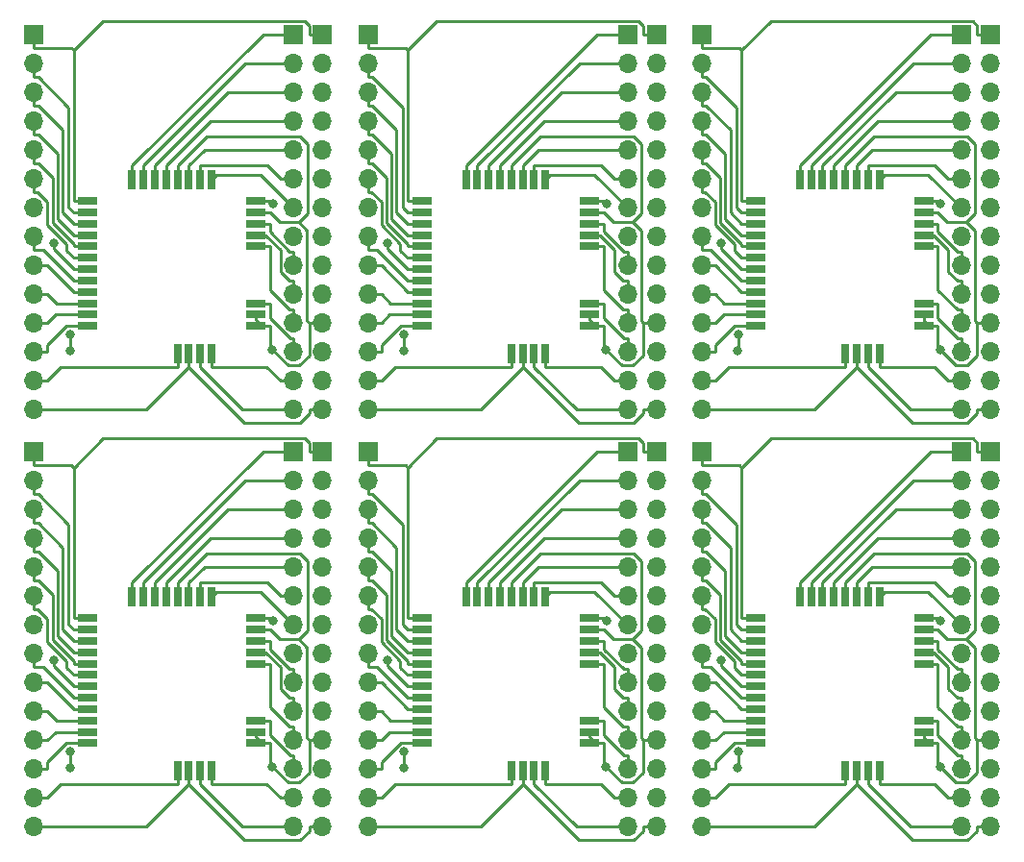
<source format=gbr>
G04 #@! TF.GenerationSoftware,KiCad,Pcbnew,5.1.5+dfsg1-2build2*
G04 #@! TF.CreationDate,2022-03-02T16:34:00-05:00*
G04 #@! TF.ProjectId,,58585858-5858-4585-9858-585858585858,rev?*
G04 #@! TF.SameCoordinates,Original*
G04 #@! TF.FileFunction,Copper,L1,Top*
G04 #@! TF.FilePolarity,Positive*
%FSLAX46Y46*%
G04 Gerber Fmt 4.6, Leading zero omitted, Abs format (unit mm)*
G04 Created by KiCad (PCBNEW 5.1.5+dfsg1-2build2) date 2022-03-02 16:34:00*
%MOMM*%
%LPD*%
G04 APERTURE LIST*
%ADD10R,1.800000X0.700000*%
%ADD11R,0.700000X1.800000*%
%ADD12R,1.700000X1.700000*%
%ADD13O,1.700000X1.700000*%
%ADD14C,0.800000*%
%ADD15C,0.250000*%
G04 APERTURE END LIST*
D10*
X136322440Y-103702000D03*
X136322440Y-104702000D03*
D11*
X144222440Y-111102000D03*
X145222440Y-111102000D03*
X146222440Y-111102000D03*
D10*
X136322440Y-97702000D03*
X136322440Y-98702000D03*
D11*
X147222440Y-111102000D03*
D10*
X136322440Y-102702000D03*
X136322440Y-101702000D03*
X136322440Y-100702000D03*
X136322440Y-99702000D03*
X136322440Y-105702000D03*
X136322440Y-106702000D03*
X136322440Y-107702000D03*
X136322440Y-108702000D03*
X151122440Y-108702000D03*
X151122440Y-107702000D03*
X151122440Y-106702000D03*
X151122440Y-101702000D03*
X151122440Y-100702000D03*
X151122440Y-99702000D03*
X151122440Y-98702000D03*
X151122440Y-97702000D03*
D11*
X140222440Y-95802000D03*
X141222440Y-95802000D03*
X142222440Y-95802000D03*
X143222440Y-95802000D03*
X144222440Y-95802000D03*
X145222440Y-95802000D03*
X146222440Y-95802000D03*
X147222440Y-95802000D03*
D10*
X106922440Y-103702000D03*
X106922440Y-104702000D03*
D11*
X114822440Y-111102000D03*
X115822440Y-111102000D03*
X116822440Y-111102000D03*
D10*
X106922440Y-97702000D03*
X106922440Y-98702000D03*
D11*
X117822440Y-111102000D03*
D10*
X106922440Y-102702000D03*
X106922440Y-101702000D03*
X106922440Y-100702000D03*
X106922440Y-99702000D03*
X106922440Y-105702000D03*
X106922440Y-106702000D03*
X106922440Y-107702000D03*
X106922440Y-108702000D03*
X121722440Y-108702000D03*
X121722440Y-107702000D03*
X121722440Y-106702000D03*
X121722440Y-101702000D03*
X121722440Y-100702000D03*
X121722440Y-99702000D03*
X121722440Y-98702000D03*
X121722440Y-97702000D03*
D11*
X110822440Y-95802000D03*
X111822440Y-95802000D03*
X112822440Y-95802000D03*
X113822440Y-95802000D03*
X114822440Y-95802000D03*
X115822440Y-95802000D03*
X116822440Y-95802000D03*
X117822440Y-95802000D03*
D10*
X77522440Y-103702000D03*
X77522440Y-104702000D03*
D11*
X85422440Y-111102000D03*
X86422440Y-111102000D03*
X87422440Y-111102000D03*
D10*
X77522440Y-97702000D03*
X77522440Y-98702000D03*
D11*
X88422440Y-111102000D03*
D10*
X77522440Y-102702000D03*
X77522440Y-101702000D03*
X77522440Y-100702000D03*
X77522440Y-99702000D03*
X77522440Y-105702000D03*
X77522440Y-106702000D03*
X77522440Y-107702000D03*
X77522440Y-108702000D03*
X92322440Y-108702000D03*
X92322440Y-107702000D03*
X92322440Y-106702000D03*
X92322440Y-101702000D03*
X92322440Y-100702000D03*
X92322440Y-99702000D03*
X92322440Y-98702000D03*
X92322440Y-97702000D03*
D11*
X81422440Y-95802000D03*
X82422440Y-95802000D03*
X83422440Y-95802000D03*
X84422440Y-95802000D03*
X85422440Y-95802000D03*
X86422440Y-95802000D03*
X87422440Y-95802000D03*
X88422440Y-95802000D03*
D10*
X136322440Y-66942000D03*
X136322440Y-67942000D03*
D11*
X144222440Y-74342000D03*
X145222440Y-74342000D03*
X146222440Y-74342000D03*
D10*
X136322440Y-60942000D03*
X136322440Y-61942000D03*
D11*
X147222440Y-74342000D03*
D10*
X136322440Y-65942000D03*
X136322440Y-64942000D03*
X136322440Y-63942000D03*
X136322440Y-62942000D03*
X136322440Y-68942000D03*
X136322440Y-69942000D03*
X136322440Y-70942000D03*
X136322440Y-71942000D03*
X151122440Y-71942000D03*
X151122440Y-70942000D03*
X151122440Y-69942000D03*
X151122440Y-64942000D03*
X151122440Y-63942000D03*
X151122440Y-62942000D03*
X151122440Y-61942000D03*
X151122440Y-60942000D03*
D11*
X140222440Y-59042000D03*
X141222440Y-59042000D03*
X142222440Y-59042000D03*
X143222440Y-59042000D03*
X144222440Y-59042000D03*
X145222440Y-59042000D03*
X146222440Y-59042000D03*
X147222440Y-59042000D03*
D10*
X106922440Y-66942000D03*
X106922440Y-67942000D03*
D11*
X114822440Y-74342000D03*
X115822440Y-74342000D03*
X116822440Y-74342000D03*
D10*
X106922440Y-60942000D03*
X106922440Y-61942000D03*
D11*
X117822440Y-74342000D03*
D10*
X106922440Y-65942000D03*
X106922440Y-64942000D03*
X106922440Y-63942000D03*
X106922440Y-62942000D03*
X106922440Y-68942000D03*
X106922440Y-69942000D03*
X106922440Y-70942000D03*
X106922440Y-71942000D03*
X121722440Y-71942000D03*
X121722440Y-70942000D03*
X121722440Y-69942000D03*
X121722440Y-64942000D03*
X121722440Y-63942000D03*
X121722440Y-62942000D03*
X121722440Y-61942000D03*
X121722440Y-60942000D03*
D11*
X110822440Y-59042000D03*
X111822440Y-59042000D03*
X112822440Y-59042000D03*
X113822440Y-59042000D03*
X114822440Y-59042000D03*
X115822440Y-59042000D03*
X116822440Y-59042000D03*
X117822440Y-59042000D03*
D12*
X156992440Y-83042000D03*
D13*
X156992440Y-85582000D03*
X156992440Y-88122000D03*
X156992440Y-90662000D03*
X156992440Y-93202000D03*
X156992440Y-95742000D03*
X156992440Y-98282000D03*
X156992440Y-100822000D03*
X156992440Y-103362000D03*
X156992440Y-105902000D03*
X156992440Y-108442000D03*
X156992440Y-110982000D03*
X156992440Y-113522000D03*
X156992440Y-116062000D03*
D12*
X127592440Y-83042000D03*
D13*
X127592440Y-85582000D03*
X127592440Y-88122000D03*
X127592440Y-90662000D03*
X127592440Y-93202000D03*
X127592440Y-95742000D03*
X127592440Y-98282000D03*
X127592440Y-100822000D03*
X127592440Y-103362000D03*
X127592440Y-105902000D03*
X127592440Y-108442000D03*
X127592440Y-110982000D03*
X127592440Y-113522000D03*
X127592440Y-116062000D03*
D12*
X98192440Y-83042000D03*
D13*
X98192440Y-85582000D03*
X98192440Y-88122000D03*
X98192440Y-90662000D03*
X98192440Y-93202000D03*
X98192440Y-95742000D03*
X98192440Y-98282000D03*
X98192440Y-100822000D03*
X98192440Y-103362000D03*
X98192440Y-105902000D03*
X98192440Y-108442000D03*
X98192440Y-110982000D03*
X98192440Y-113522000D03*
X98192440Y-116062000D03*
D12*
X156992440Y-46282000D03*
D13*
X156992440Y-48822000D03*
X156992440Y-51362000D03*
X156992440Y-53902000D03*
X156992440Y-56442000D03*
X156992440Y-58982000D03*
X156992440Y-61522000D03*
X156992440Y-64062000D03*
X156992440Y-66602000D03*
X156992440Y-69142000D03*
X156992440Y-71682000D03*
X156992440Y-74222000D03*
X156992440Y-76762000D03*
X156992440Y-79302000D03*
D12*
X127592440Y-46282000D03*
D13*
X127592440Y-48822000D03*
X127592440Y-51362000D03*
X127592440Y-53902000D03*
X127592440Y-56442000D03*
X127592440Y-58982000D03*
X127592440Y-61522000D03*
X127592440Y-64062000D03*
X127592440Y-66602000D03*
X127592440Y-69142000D03*
X127592440Y-71682000D03*
X127592440Y-74222000D03*
X127592440Y-76762000D03*
X127592440Y-79302000D03*
D12*
X154452440Y-83042000D03*
D13*
X154452440Y-85582000D03*
X154452440Y-88122000D03*
X154452440Y-90662000D03*
X154452440Y-93202000D03*
X154452440Y-95742000D03*
X154452440Y-98282000D03*
X154452440Y-100822000D03*
X154452440Y-103362000D03*
X154452440Y-105902000D03*
X154452440Y-108442000D03*
X154452440Y-110982000D03*
X154452440Y-113522000D03*
X154452440Y-116062000D03*
D12*
X125052440Y-83042000D03*
D13*
X125052440Y-85582000D03*
X125052440Y-88122000D03*
X125052440Y-90662000D03*
X125052440Y-93202000D03*
X125052440Y-95742000D03*
X125052440Y-98282000D03*
X125052440Y-100822000D03*
X125052440Y-103362000D03*
X125052440Y-105902000D03*
X125052440Y-108442000D03*
X125052440Y-110982000D03*
X125052440Y-113522000D03*
X125052440Y-116062000D03*
D12*
X95652440Y-83042000D03*
D13*
X95652440Y-85582000D03*
X95652440Y-88122000D03*
X95652440Y-90662000D03*
X95652440Y-93202000D03*
X95652440Y-95742000D03*
X95652440Y-98282000D03*
X95652440Y-100822000D03*
X95652440Y-103362000D03*
X95652440Y-105902000D03*
X95652440Y-108442000D03*
X95652440Y-110982000D03*
X95652440Y-113522000D03*
X95652440Y-116062000D03*
D12*
X154452440Y-46282000D03*
D13*
X154452440Y-48822000D03*
X154452440Y-51362000D03*
X154452440Y-53902000D03*
X154452440Y-56442000D03*
X154452440Y-58982000D03*
X154452440Y-61522000D03*
X154452440Y-64062000D03*
X154452440Y-66602000D03*
X154452440Y-69142000D03*
X154452440Y-71682000D03*
X154452440Y-74222000D03*
X154452440Y-76762000D03*
X154452440Y-79302000D03*
D12*
X125052440Y-46282000D03*
D13*
X125052440Y-48822000D03*
X125052440Y-51362000D03*
X125052440Y-53902000D03*
X125052440Y-56442000D03*
X125052440Y-58982000D03*
X125052440Y-61522000D03*
X125052440Y-64062000D03*
X125052440Y-66602000D03*
X125052440Y-69142000D03*
X125052440Y-71682000D03*
X125052440Y-74222000D03*
X125052440Y-76762000D03*
X125052440Y-79302000D03*
D12*
X131592440Y-83042000D03*
D13*
X131592440Y-85582000D03*
X131592440Y-88122000D03*
X131592440Y-90662000D03*
X131592440Y-93202000D03*
X131592440Y-95742000D03*
X131592440Y-98282000D03*
X131592440Y-100822000D03*
X131592440Y-103362000D03*
X131592440Y-105902000D03*
X131592440Y-108442000D03*
X131592440Y-110982000D03*
X131592440Y-113522000D03*
X131592440Y-116062000D03*
D12*
X102192440Y-83042000D03*
D13*
X102192440Y-85582000D03*
X102192440Y-88122000D03*
X102192440Y-90662000D03*
X102192440Y-93202000D03*
X102192440Y-95742000D03*
X102192440Y-98282000D03*
X102192440Y-100822000D03*
X102192440Y-103362000D03*
X102192440Y-105902000D03*
X102192440Y-108442000D03*
X102192440Y-110982000D03*
X102192440Y-113522000D03*
X102192440Y-116062000D03*
D12*
X72792440Y-83042000D03*
D13*
X72792440Y-85582000D03*
X72792440Y-88122000D03*
X72792440Y-90662000D03*
X72792440Y-93202000D03*
X72792440Y-95742000D03*
X72792440Y-98282000D03*
X72792440Y-100822000D03*
X72792440Y-103362000D03*
X72792440Y-105902000D03*
X72792440Y-108442000D03*
X72792440Y-110982000D03*
X72792440Y-113522000D03*
X72792440Y-116062000D03*
D12*
X131592440Y-46282000D03*
D13*
X131592440Y-48822000D03*
X131592440Y-51362000D03*
X131592440Y-53902000D03*
X131592440Y-56442000D03*
X131592440Y-58982000D03*
X131592440Y-61522000D03*
X131592440Y-64062000D03*
X131592440Y-66602000D03*
X131592440Y-69142000D03*
X131592440Y-71682000D03*
X131592440Y-74222000D03*
X131592440Y-76762000D03*
X131592440Y-79302000D03*
D12*
X102192440Y-46282000D03*
D13*
X102192440Y-48822000D03*
X102192440Y-51362000D03*
X102192440Y-53902000D03*
X102192440Y-56442000D03*
X102192440Y-58982000D03*
X102192440Y-61522000D03*
X102192440Y-64062000D03*
X102192440Y-66602000D03*
X102192440Y-69142000D03*
X102192440Y-71682000D03*
X102192440Y-74222000D03*
X102192440Y-76762000D03*
X102192440Y-79302000D03*
D11*
X88422440Y-59042000D03*
X87422440Y-59042000D03*
X86422440Y-59042000D03*
X85422440Y-59042000D03*
X84422440Y-59042000D03*
X83422440Y-59042000D03*
X82422440Y-59042000D03*
X81422440Y-59042000D03*
D10*
X92322440Y-60942000D03*
X92322440Y-61942000D03*
X92322440Y-62942000D03*
X92322440Y-63942000D03*
X92322440Y-64942000D03*
X92322440Y-69942000D03*
X92322440Y-70942000D03*
X92322440Y-71942000D03*
X77522440Y-71942000D03*
X77522440Y-70942000D03*
X77522440Y-69942000D03*
X77522440Y-68942000D03*
X77522440Y-62942000D03*
X77522440Y-63942000D03*
X77522440Y-64942000D03*
X77522440Y-65942000D03*
D11*
X88422440Y-74342000D03*
D10*
X77522440Y-61942000D03*
X77522440Y-60942000D03*
D11*
X87422440Y-74342000D03*
X86422440Y-74342000D03*
X85422440Y-74342000D03*
D10*
X77522440Y-67942000D03*
X77522440Y-66942000D03*
D13*
X98192440Y-79302000D03*
X98192440Y-76762000D03*
X98192440Y-74222000D03*
X98192440Y-71682000D03*
X98192440Y-69142000D03*
X98192440Y-66602000D03*
X98192440Y-64062000D03*
X98192440Y-61522000D03*
X98192440Y-58982000D03*
X98192440Y-56442000D03*
X98192440Y-53902000D03*
X98192440Y-51362000D03*
X98192440Y-48822000D03*
D12*
X98192440Y-46282000D03*
D13*
X95652440Y-79302000D03*
X95652440Y-76762000D03*
X95652440Y-74222000D03*
X95652440Y-71682000D03*
X95652440Y-69142000D03*
X95652440Y-66602000D03*
X95652440Y-64062000D03*
X95652440Y-61522000D03*
X95652440Y-58982000D03*
X95652440Y-56442000D03*
X95652440Y-53902000D03*
X95652440Y-51362000D03*
X95652440Y-48822000D03*
D12*
X95652440Y-46282000D03*
D13*
X72792440Y-79302000D03*
X72792440Y-76762000D03*
X72792440Y-74222000D03*
X72792440Y-71682000D03*
X72792440Y-69142000D03*
X72792440Y-66602000D03*
X72792440Y-64062000D03*
X72792440Y-61522000D03*
X72792440Y-58982000D03*
X72792440Y-56442000D03*
X72792440Y-53902000D03*
X72792440Y-51362000D03*
X72792440Y-48822000D03*
D12*
X72792440Y-46282000D03*
D14*
X93771340Y-74003100D03*
X75955940Y-74136900D03*
X75994940Y-72671300D03*
X105355940Y-74136900D03*
X134755940Y-74136900D03*
X75955940Y-110896900D03*
X105355940Y-110896900D03*
X134755940Y-110896900D03*
X105394940Y-72671300D03*
X134794940Y-72671300D03*
X75994940Y-109431300D03*
X105394940Y-109431300D03*
X134794940Y-109431300D03*
X123171340Y-74003100D03*
X152571340Y-74003100D03*
X93771340Y-110763100D03*
X123171340Y-110763100D03*
X152571340Y-110763100D03*
X74511240Y-64632400D03*
X103911240Y-64632400D03*
X133311240Y-64632400D03*
X74511240Y-101392400D03*
X103911240Y-101392400D03*
X133311240Y-101392400D03*
X93824940Y-61201900D03*
X123224940Y-61201900D03*
X152624940Y-61201900D03*
X93824940Y-97961900D03*
X123224940Y-97961900D03*
X152624940Y-97961900D03*
D15*
X72792440Y-48822000D02*
X72792440Y-49997300D01*
X77522440Y-61942000D02*
X76297140Y-61942000D01*
X76297140Y-61942000D02*
X75846740Y-61491600D01*
X75846740Y-61491600D02*
X75846740Y-52684300D01*
X75846740Y-52684300D02*
X73159740Y-49997300D01*
X73159740Y-49997300D02*
X72792440Y-49997300D01*
X106922440Y-61942000D02*
X105697140Y-61942000D01*
X136322440Y-61942000D02*
X135097140Y-61942000D01*
X77522440Y-98702000D02*
X76297140Y-98702000D01*
X106922440Y-98702000D02*
X105697140Y-98702000D01*
X136322440Y-98702000D02*
X135097140Y-98702000D01*
X102559740Y-49997300D02*
X102192440Y-49997300D01*
X131959740Y-49997300D02*
X131592440Y-49997300D01*
X73159740Y-86757300D02*
X72792440Y-86757300D01*
X102559740Y-86757300D02*
X102192440Y-86757300D01*
X131959740Y-86757300D02*
X131592440Y-86757300D01*
X105246740Y-61491600D02*
X105246740Y-52684300D01*
X134646740Y-61491600D02*
X134646740Y-52684300D01*
X75846740Y-98251600D02*
X75846740Y-89444300D01*
X105246740Y-98251600D02*
X105246740Y-89444300D01*
X134646740Y-98251600D02*
X134646740Y-89444300D01*
X105246740Y-52684300D02*
X102559740Y-49997300D01*
X134646740Y-52684300D02*
X131959740Y-49997300D01*
X75846740Y-89444300D02*
X73159740Y-86757300D01*
X105246740Y-89444300D02*
X102559740Y-86757300D01*
X134646740Y-89444300D02*
X131959740Y-86757300D01*
X105697140Y-61942000D02*
X105246740Y-61491600D01*
X135097140Y-61942000D02*
X134646740Y-61491600D01*
X76297140Y-98702000D02*
X75846740Y-98251600D01*
X105697140Y-98702000D02*
X105246740Y-98251600D01*
X135097140Y-98702000D02*
X134646740Y-98251600D01*
X102192440Y-48822000D02*
X102192440Y-49997300D01*
X131592440Y-48822000D02*
X131592440Y-49997300D01*
X72792440Y-85582000D02*
X72792440Y-86757300D01*
X102192440Y-85582000D02*
X102192440Y-86757300D01*
X131592440Y-85582000D02*
X131592440Y-86757300D01*
X76297140Y-47664600D02*
X78855040Y-45106700D01*
X78855040Y-45106700D02*
X96649940Y-45106700D01*
X96649940Y-45106700D02*
X97017140Y-45473900D01*
X97017140Y-45473900D02*
X97017140Y-46282000D01*
X72792440Y-47457300D02*
X76089840Y-47457300D01*
X76089840Y-47457300D02*
X76297140Y-47664600D01*
X76297140Y-60942000D02*
X76297140Y-47664600D01*
X98192440Y-46282000D02*
X97017140Y-46282000D01*
X72792440Y-46282000D02*
X72792440Y-47457300D01*
X77522440Y-60942000D02*
X76297140Y-60942000D01*
X106922440Y-60942000D02*
X105697140Y-60942000D01*
X136322440Y-60942000D02*
X135097140Y-60942000D01*
X77522440Y-97702000D02*
X76297140Y-97702000D01*
X106922440Y-97702000D02*
X105697140Y-97702000D01*
X136322440Y-97702000D02*
X135097140Y-97702000D01*
X102192440Y-47457300D02*
X105489840Y-47457300D01*
X131592440Y-47457300D02*
X134889840Y-47457300D01*
X72792440Y-84217300D02*
X76089840Y-84217300D01*
X102192440Y-84217300D02*
X105489840Y-84217300D01*
X131592440Y-84217300D02*
X134889840Y-84217300D01*
X126049940Y-45106700D02*
X126417140Y-45473900D01*
X155449940Y-45106700D02*
X155817140Y-45473900D01*
X96649940Y-81866700D02*
X97017140Y-82233900D01*
X126049940Y-81866700D02*
X126417140Y-82233900D01*
X155449940Y-81866700D02*
X155817140Y-82233900D01*
X105489840Y-47457300D02*
X105697140Y-47664600D01*
X134889840Y-47457300D02*
X135097140Y-47664600D01*
X76089840Y-84217300D02*
X76297140Y-84424600D01*
X105489840Y-84217300D02*
X105697140Y-84424600D01*
X134889840Y-84217300D02*
X135097140Y-84424600D01*
X126417140Y-45473900D02*
X126417140Y-46282000D01*
X155817140Y-45473900D02*
X155817140Y-46282000D01*
X97017140Y-82233900D02*
X97017140Y-83042000D01*
X126417140Y-82233900D02*
X126417140Y-83042000D01*
X155817140Y-82233900D02*
X155817140Y-83042000D01*
X102192440Y-46282000D02*
X102192440Y-47457300D01*
X131592440Y-46282000D02*
X131592440Y-47457300D01*
X72792440Y-83042000D02*
X72792440Y-84217300D01*
X102192440Y-83042000D02*
X102192440Y-84217300D01*
X131592440Y-83042000D02*
X131592440Y-84217300D01*
X108255040Y-45106700D02*
X126049940Y-45106700D01*
X137655040Y-45106700D02*
X155449940Y-45106700D01*
X78855040Y-81866700D02*
X96649940Y-81866700D01*
X108255040Y-81866700D02*
X126049940Y-81866700D01*
X137655040Y-81866700D02*
X155449940Y-81866700D01*
X105697140Y-47664600D02*
X108255040Y-45106700D01*
X135097140Y-47664600D02*
X137655040Y-45106700D01*
X76297140Y-84424600D02*
X78855040Y-81866700D01*
X105697140Y-84424600D02*
X108255040Y-81866700D01*
X135097140Y-84424600D02*
X137655040Y-81866700D01*
X127592440Y-46282000D02*
X126417140Y-46282000D01*
X156992440Y-46282000D02*
X155817140Y-46282000D01*
X98192440Y-83042000D02*
X97017140Y-83042000D01*
X127592440Y-83042000D02*
X126417140Y-83042000D01*
X156992440Y-83042000D02*
X155817140Y-83042000D01*
X105697140Y-60942000D02*
X105697140Y-47664600D01*
X135097140Y-60942000D02*
X135097140Y-47664600D01*
X76297140Y-97702000D02*
X76297140Y-84424600D01*
X105697140Y-97702000D02*
X105697140Y-84424600D01*
X135097140Y-97702000D02*
X135097140Y-84424600D01*
X92322440Y-62942000D02*
X93547740Y-62942000D01*
X95652440Y-66602000D02*
X95652440Y-65426700D01*
X95652440Y-65426700D02*
X95307140Y-65426700D01*
X95307140Y-65426700D02*
X93547740Y-63667300D01*
X93547740Y-63667300D02*
X93547740Y-62942000D01*
X122947740Y-63667300D02*
X122947740Y-62942000D01*
X152347740Y-63667300D02*
X152347740Y-62942000D01*
X93547740Y-100427300D02*
X93547740Y-99702000D01*
X122947740Y-100427300D02*
X122947740Y-99702000D01*
X152347740Y-100427300D02*
X152347740Y-99702000D01*
X125052440Y-65426700D02*
X124707140Y-65426700D01*
X154452440Y-65426700D02*
X154107140Y-65426700D01*
X95652440Y-102186700D02*
X95307140Y-102186700D01*
X125052440Y-102186700D02*
X124707140Y-102186700D01*
X154452440Y-102186700D02*
X154107140Y-102186700D01*
X125052440Y-66602000D02*
X125052440Y-65426700D01*
X154452440Y-66602000D02*
X154452440Y-65426700D01*
X95652440Y-103362000D02*
X95652440Y-102186700D01*
X125052440Y-103362000D02*
X125052440Y-102186700D01*
X154452440Y-103362000D02*
X154452440Y-102186700D01*
X121722440Y-62942000D02*
X122947740Y-62942000D01*
X151122440Y-62942000D02*
X152347740Y-62942000D01*
X92322440Y-99702000D02*
X93547740Y-99702000D01*
X121722440Y-99702000D02*
X122947740Y-99702000D01*
X151122440Y-99702000D02*
X152347740Y-99702000D01*
X124707140Y-65426700D02*
X122947740Y-63667300D01*
X154107140Y-65426700D02*
X152347740Y-63667300D01*
X95307140Y-102186700D02*
X93547740Y-100427300D01*
X124707140Y-102186700D02*
X122947740Y-100427300D01*
X154107140Y-102186700D02*
X152347740Y-100427300D01*
X95652440Y-69142000D02*
X95652440Y-67966700D01*
X92322440Y-63942000D02*
X93185540Y-63942000D01*
X93185540Y-63942000D02*
X94477140Y-65233600D01*
X94477140Y-65233600D02*
X94477140Y-67158800D01*
X94477140Y-67158800D02*
X95285040Y-67966700D01*
X95285040Y-67966700D02*
X95652440Y-67966700D01*
X123877140Y-67158800D02*
X124685040Y-67966700D01*
X153277140Y-67158800D02*
X154085040Y-67966700D01*
X94477140Y-103918800D02*
X95285040Y-104726700D01*
X123877140Y-103918800D02*
X124685040Y-104726700D01*
X153277140Y-103918800D02*
X154085040Y-104726700D01*
X125052440Y-69142000D02*
X125052440Y-67966700D01*
X154452440Y-69142000D02*
X154452440Y-67966700D01*
X95652440Y-105902000D02*
X95652440Y-104726700D01*
X125052440Y-105902000D02*
X125052440Y-104726700D01*
X154452440Y-105902000D02*
X154452440Y-104726700D01*
X122585540Y-63942000D02*
X123877140Y-65233600D01*
X151985540Y-63942000D02*
X153277140Y-65233600D01*
X93185540Y-100702000D02*
X94477140Y-101993600D01*
X122585540Y-100702000D02*
X123877140Y-101993600D01*
X151985540Y-100702000D02*
X153277140Y-101993600D01*
X124685040Y-67966700D02*
X125052440Y-67966700D01*
X154085040Y-67966700D02*
X154452440Y-67966700D01*
X95285040Y-104726700D02*
X95652440Y-104726700D01*
X124685040Y-104726700D02*
X125052440Y-104726700D01*
X154085040Y-104726700D02*
X154452440Y-104726700D01*
X121722440Y-63942000D02*
X122585540Y-63942000D01*
X151122440Y-63942000D02*
X151985540Y-63942000D01*
X92322440Y-100702000D02*
X93185540Y-100702000D01*
X121722440Y-100702000D02*
X122585540Y-100702000D01*
X151122440Y-100702000D02*
X151985540Y-100702000D01*
X123877140Y-65233600D02*
X123877140Y-67158800D01*
X153277140Y-65233600D02*
X153277140Y-67158800D01*
X94477140Y-101993600D02*
X94477140Y-103918800D01*
X123877140Y-101993600D02*
X123877140Y-103918800D01*
X153277140Y-101993600D02*
X153277140Y-103918800D01*
X95652440Y-71682000D02*
X95652440Y-70506700D01*
X92322440Y-64942000D02*
X93547740Y-64942000D01*
X93547740Y-64942000D02*
X93547740Y-68766800D01*
X93547740Y-68766800D02*
X95287640Y-70506700D01*
X95287640Y-70506700D02*
X95652440Y-70506700D01*
X122947740Y-68766800D02*
X124687640Y-70506700D01*
X152347740Y-68766800D02*
X154087640Y-70506700D01*
X93547740Y-105526800D02*
X95287640Y-107266700D01*
X122947740Y-105526800D02*
X124687640Y-107266700D01*
X152347740Y-105526800D02*
X154087640Y-107266700D01*
X124687640Y-70506700D02*
X125052440Y-70506700D01*
X154087640Y-70506700D02*
X154452440Y-70506700D01*
X95287640Y-107266700D02*
X95652440Y-107266700D01*
X124687640Y-107266700D02*
X125052440Y-107266700D01*
X154087640Y-107266700D02*
X154452440Y-107266700D01*
X125052440Y-71682000D02*
X125052440Y-70506700D01*
X154452440Y-71682000D02*
X154452440Y-70506700D01*
X95652440Y-108442000D02*
X95652440Y-107266700D01*
X125052440Y-108442000D02*
X125052440Y-107266700D01*
X154452440Y-108442000D02*
X154452440Y-107266700D01*
X121722440Y-64942000D02*
X122947740Y-64942000D01*
X151122440Y-64942000D02*
X152347740Y-64942000D01*
X92322440Y-101702000D02*
X93547740Y-101702000D01*
X121722440Y-101702000D02*
X122947740Y-101702000D01*
X151122440Y-101702000D02*
X152347740Y-101702000D01*
X122947740Y-64942000D02*
X122947740Y-68766800D01*
X152347740Y-64942000D02*
X152347740Y-68766800D01*
X93547740Y-101702000D02*
X93547740Y-105526800D01*
X122947740Y-101702000D02*
X122947740Y-105526800D01*
X152347740Y-101702000D02*
X152347740Y-105526800D01*
X95652440Y-74222000D02*
X95652440Y-73046700D01*
X92322440Y-69942000D02*
X93547740Y-69942000D01*
X93547740Y-69942000D02*
X93547740Y-71239600D01*
X93547740Y-71239600D02*
X95354840Y-73046700D01*
X95354840Y-73046700D02*
X95652440Y-73046700D01*
X125052440Y-74222000D02*
X125052440Y-73046700D01*
X154452440Y-74222000D02*
X154452440Y-73046700D01*
X95652440Y-110982000D02*
X95652440Y-109806700D01*
X125052440Y-110982000D02*
X125052440Y-109806700D01*
X154452440Y-110982000D02*
X154452440Y-109806700D01*
X121722440Y-69942000D02*
X122947740Y-69942000D01*
X151122440Y-69942000D02*
X152347740Y-69942000D01*
X92322440Y-106702000D02*
X93547740Y-106702000D01*
X121722440Y-106702000D02*
X122947740Y-106702000D01*
X151122440Y-106702000D02*
X152347740Y-106702000D01*
X124754840Y-73046700D02*
X125052440Y-73046700D01*
X154154840Y-73046700D02*
X154452440Y-73046700D01*
X95354840Y-109806700D02*
X95652440Y-109806700D01*
X124754840Y-109806700D02*
X125052440Y-109806700D01*
X154154840Y-109806700D02*
X154452440Y-109806700D01*
X122947740Y-71239600D02*
X124754840Y-73046700D01*
X152347740Y-71239600D02*
X154154840Y-73046700D01*
X93547740Y-107999600D02*
X95354840Y-109806700D01*
X122947740Y-107999600D02*
X124754840Y-109806700D01*
X152347740Y-107999600D02*
X154154840Y-109806700D01*
X122947740Y-69942000D02*
X122947740Y-71239600D01*
X152347740Y-69942000D02*
X152347740Y-71239600D01*
X93547740Y-106702000D02*
X93547740Y-107999600D01*
X122947740Y-106702000D02*
X122947740Y-107999600D01*
X152347740Y-106702000D02*
X152347740Y-107999600D01*
X95652440Y-76762000D02*
X94477140Y-76762000D01*
X88422440Y-74342000D02*
X88422440Y-75567300D01*
X88422440Y-75567300D02*
X93282440Y-75567300D01*
X93282440Y-75567300D02*
X94477140Y-76762000D01*
X125052440Y-76762000D02*
X123877140Y-76762000D01*
X154452440Y-76762000D02*
X153277140Y-76762000D01*
X95652440Y-113522000D02*
X94477140Y-113522000D01*
X125052440Y-113522000D02*
X123877140Y-113522000D01*
X154452440Y-113522000D02*
X153277140Y-113522000D01*
X117822440Y-74342000D02*
X117822440Y-75567300D01*
X147222440Y-74342000D02*
X147222440Y-75567300D01*
X88422440Y-111102000D02*
X88422440Y-112327300D01*
X117822440Y-111102000D02*
X117822440Y-112327300D01*
X147222440Y-111102000D02*
X147222440Y-112327300D01*
X117822440Y-75567300D02*
X122682440Y-75567300D01*
X147222440Y-75567300D02*
X152082440Y-75567300D01*
X88422440Y-112327300D02*
X93282440Y-112327300D01*
X117822440Y-112327300D02*
X122682440Y-112327300D01*
X147222440Y-112327300D02*
X152082440Y-112327300D01*
X122682440Y-75567300D02*
X123877140Y-76762000D01*
X152082440Y-75567300D02*
X153277140Y-76762000D01*
X93282440Y-112327300D02*
X94477140Y-113522000D01*
X122682440Y-112327300D02*
X123877140Y-113522000D01*
X152082440Y-112327300D02*
X153277140Y-113522000D01*
X94477140Y-79302000D02*
X91157140Y-79302000D01*
X91157140Y-79302000D02*
X87422440Y-75567300D01*
X95652440Y-79302000D02*
X94477140Y-79302000D01*
X87422440Y-74342000D02*
X87422440Y-75567300D01*
X120557140Y-79302000D02*
X116822440Y-75567300D01*
X149957140Y-79302000D02*
X146222440Y-75567300D01*
X91157140Y-116062000D02*
X87422440Y-112327300D01*
X120557140Y-116062000D02*
X116822440Y-112327300D01*
X149957140Y-116062000D02*
X146222440Y-112327300D01*
X125052440Y-79302000D02*
X123877140Y-79302000D01*
X154452440Y-79302000D02*
X153277140Y-79302000D01*
X95652440Y-116062000D02*
X94477140Y-116062000D01*
X125052440Y-116062000D02*
X123877140Y-116062000D01*
X154452440Y-116062000D02*
X153277140Y-116062000D01*
X116822440Y-74342000D02*
X116822440Y-75567300D01*
X146222440Y-74342000D02*
X146222440Y-75567300D01*
X87422440Y-111102000D02*
X87422440Y-112327300D01*
X116822440Y-111102000D02*
X116822440Y-112327300D01*
X146222440Y-111102000D02*
X146222440Y-112327300D01*
X123877140Y-79302000D02*
X120557140Y-79302000D01*
X153277140Y-79302000D02*
X149957140Y-79302000D01*
X94477140Y-116062000D02*
X91157140Y-116062000D01*
X123877140Y-116062000D02*
X120557140Y-116062000D01*
X153277140Y-116062000D02*
X149957140Y-116062000D01*
X73967740Y-76762000D02*
X75162440Y-75567300D01*
X75162440Y-75567300D02*
X85422440Y-75567300D01*
X72792440Y-76762000D02*
X73967740Y-76762000D01*
X85422440Y-74342000D02*
X85422440Y-75567300D01*
X102192440Y-76762000D02*
X103367740Y-76762000D01*
X131592440Y-76762000D02*
X132767740Y-76762000D01*
X72792440Y-113522000D02*
X73967740Y-113522000D01*
X102192440Y-113522000D02*
X103367740Y-113522000D01*
X131592440Y-113522000D02*
X132767740Y-113522000D01*
X104562440Y-75567300D02*
X114822440Y-75567300D01*
X133962440Y-75567300D02*
X144222440Y-75567300D01*
X75162440Y-112327300D02*
X85422440Y-112327300D01*
X104562440Y-112327300D02*
X114822440Y-112327300D01*
X133962440Y-112327300D02*
X144222440Y-112327300D01*
X114822440Y-74342000D02*
X114822440Y-75567300D01*
X144222440Y-74342000D02*
X144222440Y-75567300D01*
X85422440Y-111102000D02*
X85422440Y-112327300D01*
X114822440Y-111102000D02*
X114822440Y-112327300D01*
X144222440Y-111102000D02*
X144222440Y-112327300D01*
X103367740Y-76762000D02*
X104562440Y-75567300D01*
X132767740Y-76762000D02*
X133962440Y-75567300D01*
X73967740Y-113522000D02*
X75162440Y-112327300D01*
X103367740Y-113522000D02*
X104562440Y-112327300D01*
X132767740Y-113522000D02*
X133962440Y-112327300D01*
X72792440Y-74222000D02*
X73967740Y-74222000D01*
X76297140Y-71942000D02*
X75660140Y-71942000D01*
X75660140Y-71942000D02*
X73967740Y-73634400D01*
X73967740Y-73634400D02*
X73967740Y-74222000D01*
X77522440Y-71942000D02*
X76297140Y-71942000D01*
X105697140Y-71942000D02*
X105060140Y-71942000D01*
X135097140Y-71942000D02*
X134460140Y-71942000D01*
X76297140Y-108702000D02*
X75660140Y-108702000D01*
X105697140Y-108702000D02*
X105060140Y-108702000D01*
X135097140Y-108702000D02*
X134460140Y-108702000D01*
X103367740Y-73634400D02*
X103367740Y-74222000D01*
X132767740Y-73634400D02*
X132767740Y-74222000D01*
X73967740Y-110394400D02*
X73967740Y-110982000D01*
X103367740Y-110394400D02*
X103367740Y-110982000D01*
X132767740Y-110394400D02*
X132767740Y-110982000D01*
X102192440Y-74222000D02*
X103367740Y-74222000D01*
X131592440Y-74222000D02*
X132767740Y-74222000D01*
X72792440Y-110982000D02*
X73967740Y-110982000D01*
X102192440Y-110982000D02*
X103367740Y-110982000D01*
X131592440Y-110982000D02*
X132767740Y-110982000D01*
X106922440Y-71942000D02*
X105697140Y-71942000D01*
X136322440Y-71942000D02*
X135097140Y-71942000D01*
X77522440Y-108702000D02*
X76297140Y-108702000D01*
X106922440Y-108702000D02*
X105697140Y-108702000D01*
X136322440Y-108702000D02*
X135097140Y-108702000D01*
X105060140Y-71942000D02*
X103367740Y-73634400D01*
X134460140Y-71942000D02*
X132767740Y-73634400D01*
X75660140Y-108702000D02*
X73967740Y-110394400D01*
X105060140Y-108702000D02*
X103367740Y-110394400D01*
X134460140Y-108702000D02*
X132767740Y-110394400D01*
X72792440Y-71682000D02*
X73967740Y-71682000D01*
X77522440Y-70942000D02*
X74707740Y-70942000D01*
X74707740Y-70942000D02*
X73967740Y-71682000D01*
X96083440Y-62792000D02*
X94397740Y-62792000D01*
X94397740Y-62792000D02*
X93547740Y-61942000D01*
X97027640Y-71682000D02*
X96827840Y-71482200D01*
X96827840Y-71482200D02*
X96827840Y-63536400D01*
X96827840Y-63536400D02*
X96083440Y-62792000D01*
X85422440Y-57816700D02*
X87972540Y-55266600D01*
X87972540Y-55266600D02*
X96203940Y-55266600D01*
X96203940Y-55266600D02*
X96870640Y-55933300D01*
X96870640Y-55933300D02*
X96870640Y-62004800D01*
X96870640Y-62004800D02*
X96083440Y-62792000D01*
X85422440Y-59042000D02*
X85422440Y-57816700D01*
X92322440Y-61942000D02*
X93547740Y-61942000D01*
X93771340Y-74003100D02*
X95165540Y-75397300D01*
X95165540Y-75397300D02*
X96139340Y-75397300D01*
X96139340Y-75397300D02*
X97017140Y-74519500D01*
X97017140Y-74519500D02*
X97017140Y-71692500D01*
X97017140Y-71692500D02*
X97027640Y-71682000D01*
X92822540Y-71942000D02*
X92322440Y-71441900D01*
X92322440Y-71441900D02*
X92322440Y-70942000D01*
X92822540Y-71942000D02*
X93547740Y-71942000D01*
X92322440Y-71942000D02*
X92822540Y-71942000D01*
X75994940Y-72671300D02*
X75994940Y-74097900D01*
X75994940Y-74097900D02*
X75955940Y-74136900D01*
X93547740Y-71942000D02*
X93547740Y-73779500D01*
X93547740Y-73779500D02*
X93771340Y-74003100D01*
X98192440Y-71682000D02*
X97027640Y-71682000D01*
X117372540Y-55266600D02*
X125603940Y-55266600D01*
X146772540Y-55266600D02*
X155003940Y-55266600D01*
X87972540Y-92026600D02*
X96203940Y-92026600D01*
X117372540Y-92026600D02*
X125603940Y-92026600D01*
X146772540Y-92026600D02*
X155003940Y-92026600D01*
X122222540Y-71942000D02*
X121722440Y-71441900D01*
X151622540Y-71942000D02*
X151122440Y-71441900D01*
X92822540Y-108702000D02*
X92322440Y-108201900D01*
X122222540Y-108702000D02*
X121722440Y-108201900D01*
X151622540Y-108702000D02*
X151122440Y-108201900D01*
X126417140Y-74519500D02*
X126417140Y-71692500D01*
X155817140Y-74519500D02*
X155817140Y-71692500D01*
X97017140Y-111279500D02*
X97017140Y-108452500D01*
X126417140Y-111279500D02*
X126417140Y-108452500D01*
X155817140Y-111279500D02*
X155817140Y-108452500D01*
X126417140Y-71692500D02*
X126427640Y-71682000D01*
X155817140Y-71692500D02*
X155827640Y-71682000D01*
X97017140Y-108452500D02*
X97027640Y-108442000D01*
X126417140Y-108452500D02*
X126427640Y-108442000D01*
X155817140Y-108452500D02*
X155827640Y-108442000D01*
X126270640Y-55933300D02*
X126270640Y-62004800D01*
X155670640Y-55933300D02*
X155670640Y-62004800D01*
X96870640Y-92693300D02*
X96870640Y-98764800D01*
X126270640Y-92693300D02*
X126270640Y-98764800D01*
X155670640Y-92693300D02*
X155670640Y-98764800D01*
X114822440Y-59042000D02*
X114822440Y-57816700D01*
X144222440Y-59042000D02*
X144222440Y-57816700D01*
X85422440Y-95802000D02*
X85422440Y-94576700D01*
X114822440Y-95802000D02*
X114822440Y-94576700D01*
X144222440Y-95802000D02*
X144222440Y-94576700D01*
X102192440Y-71682000D02*
X103367740Y-71682000D01*
X131592440Y-71682000D02*
X132767740Y-71682000D01*
X72792440Y-108442000D02*
X73967740Y-108442000D01*
X102192440Y-108442000D02*
X103367740Y-108442000D01*
X131592440Y-108442000D02*
X132767740Y-108442000D01*
X114822440Y-57816700D02*
X117372540Y-55266600D01*
X144222440Y-57816700D02*
X146772540Y-55266600D01*
X85422440Y-94576700D02*
X87972540Y-92026600D01*
X114822440Y-94576700D02*
X117372540Y-92026600D01*
X144222440Y-94576700D02*
X146772540Y-92026600D01*
X124565540Y-75397300D02*
X125539340Y-75397300D01*
X153965540Y-75397300D02*
X154939340Y-75397300D01*
X95165540Y-112157300D02*
X96139340Y-112157300D01*
X124565540Y-112157300D02*
X125539340Y-112157300D01*
X153965540Y-112157300D02*
X154939340Y-112157300D01*
X105394940Y-74097900D02*
X105355940Y-74136900D01*
X134794940Y-74097900D02*
X134755940Y-74136900D01*
X75994940Y-110857900D02*
X75955940Y-110896900D01*
X105394940Y-110857900D02*
X105355940Y-110896900D01*
X134794940Y-110857900D02*
X134755940Y-110896900D01*
X126270640Y-62004800D02*
X125483440Y-62792000D01*
X155670640Y-62004800D02*
X154883440Y-62792000D01*
X96870640Y-98764800D02*
X96083440Y-99552000D01*
X126270640Y-98764800D02*
X125483440Y-99552000D01*
X155670640Y-98764800D02*
X154883440Y-99552000D01*
X127592440Y-71682000D02*
X126427640Y-71682000D01*
X156992440Y-71682000D02*
X155827640Y-71682000D01*
X98192440Y-108442000D02*
X97027640Y-108442000D01*
X127592440Y-108442000D02*
X126427640Y-108442000D01*
X156992440Y-108442000D02*
X155827640Y-108442000D01*
X122222540Y-71942000D02*
X122947740Y-71942000D01*
X151622540Y-71942000D02*
X152347740Y-71942000D01*
X92822540Y-108702000D02*
X93547740Y-108702000D01*
X122222540Y-108702000D02*
X122947740Y-108702000D01*
X151622540Y-108702000D02*
X152347740Y-108702000D01*
X105394940Y-72671300D02*
X105394940Y-74097900D01*
X134794940Y-72671300D02*
X134794940Y-74097900D01*
X75994940Y-109431300D02*
X75994940Y-110857900D01*
X105394940Y-109431300D02*
X105394940Y-110857900D01*
X134794940Y-109431300D02*
X134794940Y-110857900D01*
X125483440Y-62792000D02*
X123797740Y-62792000D01*
X154883440Y-62792000D02*
X153197740Y-62792000D01*
X96083440Y-99552000D02*
X94397740Y-99552000D01*
X125483440Y-99552000D02*
X123797740Y-99552000D01*
X154883440Y-99552000D02*
X153197740Y-99552000D01*
X121722440Y-61942000D02*
X122947740Y-61942000D01*
X151122440Y-61942000D02*
X152347740Y-61942000D01*
X92322440Y-98702000D02*
X93547740Y-98702000D01*
X121722440Y-98702000D02*
X122947740Y-98702000D01*
X151122440Y-98702000D02*
X152347740Y-98702000D01*
X125539340Y-75397300D02*
X126417140Y-74519500D01*
X154939340Y-75397300D02*
X155817140Y-74519500D01*
X96139340Y-112157300D02*
X97017140Y-111279500D01*
X125539340Y-112157300D02*
X126417140Y-111279500D01*
X154939340Y-112157300D02*
X155817140Y-111279500D01*
X125603940Y-55266600D02*
X126270640Y-55933300D01*
X155003940Y-55266600D02*
X155670640Y-55933300D01*
X96203940Y-92026600D02*
X96870640Y-92693300D01*
X125603940Y-92026600D02*
X126270640Y-92693300D01*
X155003940Y-92026600D02*
X155670640Y-92693300D01*
X126427640Y-71682000D02*
X126227840Y-71482200D01*
X155827640Y-71682000D02*
X155627840Y-71482200D01*
X97027640Y-108442000D02*
X96827840Y-108242200D01*
X126427640Y-108442000D02*
X126227840Y-108242200D01*
X155827640Y-108442000D02*
X155627840Y-108242200D01*
X122947740Y-71942000D02*
X122947740Y-73779500D01*
X152347740Y-71942000D02*
X152347740Y-73779500D01*
X93547740Y-108702000D02*
X93547740Y-110539500D01*
X122947740Y-108702000D02*
X122947740Y-110539500D01*
X152347740Y-108702000D02*
X152347740Y-110539500D01*
X126227840Y-63536400D02*
X125483440Y-62792000D01*
X155627840Y-63536400D02*
X154883440Y-62792000D01*
X96827840Y-100296400D02*
X96083440Y-99552000D01*
X126227840Y-100296400D02*
X125483440Y-99552000D01*
X155627840Y-100296400D02*
X154883440Y-99552000D01*
X126227840Y-71482200D02*
X126227840Y-63536400D01*
X155627840Y-71482200D02*
X155627840Y-63536400D01*
X96827840Y-108242200D02*
X96827840Y-100296400D01*
X126227840Y-108242200D02*
X126227840Y-100296400D01*
X155627840Y-108242200D02*
X155627840Y-100296400D01*
X121722440Y-71441900D02*
X121722440Y-70942000D01*
X151122440Y-71441900D02*
X151122440Y-70942000D01*
X92322440Y-108201900D02*
X92322440Y-107702000D01*
X121722440Y-108201900D02*
X121722440Y-107702000D01*
X151122440Y-108201900D02*
X151122440Y-107702000D01*
X121722440Y-71942000D02*
X122222540Y-71942000D01*
X151122440Y-71942000D02*
X151622540Y-71942000D01*
X92322440Y-108702000D02*
X92822540Y-108702000D01*
X121722440Y-108702000D02*
X122222540Y-108702000D01*
X151122440Y-108702000D02*
X151622540Y-108702000D01*
X123171340Y-74003100D02*
X124565540Y-75397300D01*
X152571340Y-74003100D02*
X153965540Y-75397300D01*
X93771340Y-110763100D02*
X95165540Y-112157300D01*
X123171340Y-110763100D02*
X124565540Y-112157300D01*
X152571340Y-110763100D02*
X153965540Y-112157300D01*
X106922440Y-70942000D02*
X104107740Y-70942000D01*
X136322440Y-70942000D02*
X133507740Y-70942000D01*
X77522440Y-107702000D02*
X74707740Y-107702000D01*
X106922440Y-107702000D02*
X104107740Y-107702000D01*
X136322440Y-107702000D02*
X133507740Y-107702000D01*
X122947740Y-73779500D02*
X123171340Y-74003100D01*
X152347740Y-73779500D02*
X152571340Y-74003100D01*
X93547740Y-110539500D02*
X93771340Y-110763100D01*
X122947740Y-110539500D02*
X123171340Y-110763100D01*
X152347740Y-110539500D02*
X152571340Y-110763100D01*
X123797740Y-62792000D02*
X122947740Y-61942000D01*
X153197740Y-62792000D02*
X152347740Y-61942000D01*
X94397740Y-99552000D02*
X93547740Y-98702000D01*
X123797740Y-99552000D02*
X122947740Y-98702000D01*
X153197740Y-99552000D02*
X152347740Y-98702000D01*
X104107740Y-70942000D02*
X103367740Y-71682000D01*
X133507740Y-70942000D02*
X132767740Y-71682000D01*
X74707740Y-107702000D02*
X73967740Y-108442000D01*
X104107740Y-107702000D02*
X103367740Y-108442000D01*
X133507740Y-107702000D02*
X132767740Y-108442000D01*
X72792440Y-69142000D02*
X73967740Y-69142000D01*
X77522440Y-69942000D02*
X74767740Y-69942000D01*
X74767740Y-69942000D02*
X73967740Y-69142000D01*
X106922440Y-69942000D02*
X104167740Y-69942000D01*
X136322440Y-69942000D02*
X133567740Y-69942000D01*
X77522440Y-106702000D02*
X74767740Y-106702000D01*
X106922440Y-106702000D02*
X104167740Y-106702000D01*
X136322440Y-106702000D02*
X133567740Y-106702000D01*
X102192440Y-69142000D02*
X103367740Y-69142000D01*
X131592440Y-69142000D02*
X132767740Y-69142000D01*
X72792440Y-105902000D02*
X73967740Y-105902000D01*
X102192440Y-105902000D02*
X103367740Y-105902000D01*
X131592440Y-105902000D02*
X132767740Y-105902000D01*
X104167740Y-69942000D02*
X103367740Y-69142000D01*
X133567740Y-69942000D02*
X132767740Y-69142000D01*
X74767740Y-106702000D02*
X73967740Y-105902000D01*
X104167740Y-106702000D02*
X103367740Y-105902000D01*
X133567740Y-106702000D02*
X132767740Y-105902000D01*
X77522440Y-68942000D02*
X76297140Y-68942000D01*
X72792440Y-66602000D02*
X73967740Y-66602000D01*
X76297140Y-68942000D02*
X76297140Y-68931400D01*
X76297140Y-68931400D02*
X73967740Y-66602000D01*
X105697140Y-68942000D02*
X105697140Y-68931400D01*
X135097140Y-68942000D02*
X135097140Y-68931400D01*
X76297140Y-105702000D02*
X76297140Y-105691400D01*
X105697140Y-105702000D02*
X105697140Y-105691400D01*
X135097140Y-105702000D02*
X135097140Y-105691400D01*
X106922440Y-68942000D02*
X105697140Y-68942000D01*
X136322440Y-68942000D02*
X135097140Y-68942000D01*
X77522440Y-105702000D02*
X76297140Y-105702000D01*
X106922440Y-105702000D02*
X105697140Y-105702000D01*
X136322440Y-105702000D02*
X135097140Y-105702000D01*
X105697140Y-68931400D02*
X103367740Y-66602000D01*
X135097140Y-68931400D02*
X132767740Y-66602000D01*
X76297140Y-105691400D02*
X73967740Y-103362000D01*
X105697140Y-105691400D02*
X103367740Y-103362000D01*
X135097140Y-105691400D02*
X132767740Y-103362000D01*
X102192440Y-66602000D02*
X103367740Y-66602000D01*
X131592440Y-66602000D02*
X132767740Y-66602000D01*
X72792440Y-103362000D02*
X73967740Y-103362000D01*
X102192440Y-103362000D02*
X103367740Y-103362000D01*
X131592440Y-103362000D02*
X132767740Y-103362000D01*
X72792440Y-64062000D02*
X72792440Y-65237300D01*
X77522440Y-67942000D02*
X76297140Y-67942000D01*
X76297140Y-67942000D02*
X73592440Y-65237300D01*
X73592440Y-65237300D02*
X72792440Y-65237300D01*
X102192440Y-64062000D02*
X102192440Y-65237300D01*
X131592440Y-64062000D02*
X131592440Y-65237300D01*
X72792440Y-100822000D02*
X72792440Y-101997300D01*
X102192440Y-100822000D02*
X102192440Y-101997300D01*
X131592440Y-100822000D02*
X131592440Y-101997300D01*
X106922440Y-67942000D02*
X105697140Y-67942000D01*
X136322440Y-67942000D02*
X135097140Y-67942000D01*
X77522440Y-104702000D02*
X76297140Y-104702000D01*
X106922440Y-104702000D02*
X105697140Y-104702000D01*
X136322440Y-104702000D02*
X135097140Y-104702000D01*
X102992440Y-65237300D02*
X102192440Y-65237300D01*
X132392440Y-65237300D02*
X131592440Y-65237300D01*
X73592440Y-101997300D02*
X72792440Y-101997300D01*
X102992440Y-101997300D02*
X102192440Y-101997300D01*
X132392440Y-101997300D02*
X131592440Y-101997300D01*
X105697140Y-67942000D02*
X102992440Y-65237300D01*
X135097140Y-67942000D02*
X132392440Y-65237300D01*
X76297140Y-104702000D02*
X73592440Y-101997300D01*
X105697140Y-104702000D02*
X102992440Y-101997300D01*
X135097140Y-104702000D02*
X132392440Y-101997300D01*
X77522440Y-66942000D02*
X76297140Y-66942000D01*
X76297140Y-66942000D02*
X74511240Y-65156100D01*
X74511240Y-65156100D02*
X74511240Y-64632400D01*
X105697140Y-66942000D02*
X103911240Y-65156100D01*
X135097140Y-66942000D02*
X133311240Y-65156100D01*
X76297140Y-103702000D02*
X74511240Y-101916100D01*
X105697140Y-103702000D02*
X103911240Y-101916100D01*
X135097140Y-103702000D02*
X133311240Y-101916100D01*
X106922440Y-66942000D02*
X105697140Y-66942000D01*
X136322440Y-66942000D02*
X135097140Y-66942000D01*
X77522440Y-103702000D02*
X76297140Y-103702000D01*
X106922440Y-103702000D02*
X105697140Y-103702000D01*
X136322440Y-103702000D02*
X135097140Y-103702000D01*
X103911240Y-65156100D02*
X103911240Y-64632400D01*
X133311240Y-65156100D02*
X133311240Y-64632400D01*
X74511240Y-101916100D02*
X74511240Y-101392400D01*
X103911240Y-101916100D02*
X103911240Y-101392400D01*
X133311240Y-101916100D02*
X133311240Y-101392400D01*
X76297140Y-65942000D02*
X75654040Y-65298900D01*
X75654040Y-65298900D02*
X75654040Y-64715900D01*
X75654040Y-64715900D02*
X73967740Y-63029600D01*
X73967740Y-63029600D02*
X73967740Y-61031300D01*
X73967740Y-61031300D02*
X73093740Y-60157300D01*
X73093740Y-60157300D02*
X72792440Y-60157300D01*
X72792440Y-58982000D02*
X72792440Y-60157300D01*
X77522440Y-65942000D02*
X76297140Y-65942000D01*
X102493740Y-60157300D02*
X102192440Y-60157300D01*
X131893740Y-60157300D02*
X131592440Y-60157300D01*
X73093740Y-96917300D02*
X72792440Y-96917300D01*
X102493740Y-96917300D02*
X102192440Y-96917300D01*
X131893740Y-96917300D02*
X131592440Y-96917300D01*
X105697140Y-65942000D02*
X105054040Y-65298900D01*
X135097140Y-65942000D02*
X134454040Y-65298900D01*
X76297140Y-102702000D02*
X75654040Y-102058900D01*
X105697140Y-102702000D02*
X105054040Y-102058900D01*
X135097140Y-102702000D02*
X134454040Y-102058900D01*
X105054040Y-64715900D02*
X103367740Y-63029600D01*
X134454040Y-64715900D02*
X132767740Y-63029600D01*
X75654040Y-101475900D02*
X73967740Y-99789600D01*
X105054040Y-101475900D02*
X103367740Y-99789600D01*
X134454040Y-101475900D02*
X132767740Y-99789600D01*
X103367740Y-63029600D02*
X103367740Y-61031300D01*
X132767740Y-63029600D02*
X132767740Y-61031300D01*
X73967740Y-99789600D02*
X73967740Y-97791300D01*
X103367740Y-99789600D02*
X103367740Y-97791300D01*
X132767740Y-99789600D02*
X132767740Y-97791300D01*
X103367740Y-61031300D02*
X102493740Y-60157300D01*
X132767740Y-61031300D02*
X131893740Y-60157300D01*
X73967740Y-97791300D02*
X73093740Y-96917300D01*
X103367740Y-97791300D02*
X102493740Y-96917300D01*
X132767740Y-97791300D02*
X131893740Y-96917300D01*
X105054040Y-65298900D02*
X105054040Y-64715900D01*
X134454040Y-65298900D02*
X134454040Y-64715900D01*
X75654040Y-102058900D02*
X75654040Y-101475900D01*
X105054040Y-102058900D02*
X105054040Y-101475900D01*
X134454040Y-102058900D02*
X134454040Y-101475900D01*
X102192440Y-58982000D02*
X102192440Y-60157300D01*
X131592440Y-58982000D02*
X131592440Y-60157300D01*
X72792440Y-95742000D02*
X72792440Y-96917300D01*
X102192440Y-95742000D02*
X102192440Y-96917300D01*
X131592440Y-95742000D02*
X131592440Y-96917300D01*
X106922440Y-65942000D02*
X105697140Y-65942000D01*
X136322440Y-65942000D02*
X135097140Y-65942000D01*
X77522440Y-102702000D02*
X76297140Y-102702000D01*
X106922440Y-102702000D02*
X105697140Y-102702000D01*
X136322440Y-102702000D02*
X135097140Y-102702000D01*
X76297140Y-64942000D02*
X76297140Y-64722100D01*
X76297140Y-64722100D02*
X74418040Y-62843000D01*
X74418040Y-62843000D02*
X74418040Y-58875500D01*
X74418040Y-58875500D02*
X73159840Y-57617300D01*
X73159840Y-57617300D02*
X72792440Y-57617300D01*
X72792440Y-56442000D02*
X72792440Y-57617300D01*
X77522440Y-64942000D02*
X76297140Y-64942000D01*
X105697140Y-64722100D02*
X103818040Y-62843000D01*
X135097140Y-64722100D02*
X133218040Y-62843000D01*
X76297140Y-101482100D02*
X74418040Y-99603000D01*
X105697140Y-101482100D02*
X103818040Y-99603000D01*
X135097140Y-101482100D02*
X133218040Y-99603000D01*
X106922440Y-64942000D02*
X105697140Y-64942000D01*
X136322440Y-64942000D02*
X135097140Y-64942000D01*
X77522440Y-101702000D02*
X76297140Y-101702000D01*
X106922440Y-101702000D02*
X105697140Y-101702000D01*
X136322440Y-101702000D02*
X135097140Y-101702000D01*
X103818040Y-62843000D02*
X103818040Y-58875500D01*
X133218040Y-62843000D02*
X133218040Y-58875500D01*
X74418040Y-99603000D02*
X74418040Y-95635500D01*
X103818040Y-99603000D02*
X103818040Y-95635500D01*
X133218040Y-99603000D02*
X133218040Y-95635500D01*
X102192440Y-56442000D02*
X102192440Y-57617300D01*
X131592440Y-56442000D02*
X131592440Y-57617300D01*
X72792440Y-93202000D02*
X72792440Y-94377300D01*
X102192440Y-93202000D02*
X102192440Y-94377300D01*
X131592440Y-93202000D02*
X131592440Y-94377300D01*
X105697140Y-64942000D02*
X105697140Y-64722100D01*
X135097140Y-64942000D02*
X135097140Y-64722100D01*
X76297140Y-101702000D02*
X76297140Y-101482100D01*
X105697140Y-101702000D02*
X105697140Y-101482100D01*
X135097140Y-101702000D02*
X135097140Y-101482100D01*
X103818040Y-58875500D02*
X102559840Y-57617300D01*
X133218040Y-58875500D02*
X131959840Y-57617300D01*
X74418040Y-95635500D02*
X73159840Y-94377300D01*
X103818040Y-95635500D02*
X102559840Y-94377300D01*
X133218040Y-95635500D02*
X131959840Y-94377300D01*
X102559840Y-57617300D02*
X102192440Y-57617300D01*
X131959840Y-57617300D02*
X131592440Y-57617300D01*
X73159840Y-94377300D02*
X72792440Y-94377300D01*
X102559840Y-94377300D02*
X102192440Y-94377300D01*
X131959840Y-94377300D02*
X131592440Y-94377300D01*
X76297140Y-63942000D02*
X74868340Y-62513200D01*
X74868340Y-62513200D02*
X74868340Y-56785900D01*
X74868340Y-56785900D02*
X73159740Y-55077300D01*
X73159740Y-55077300D02*
X72792440Y-55077300D01*
X72792440Y-53902000D02*
X72792440Y-55077300D01*
X77522440Y-63942000D02*
X76297140Y-63942000D01*
X104268340Y-62513200D02*
X104268340Y-56785900D01*
X133668340Y-62513200D02*
X133668340Y-56785900D01*
X74868340Y-99273200D02*
X74868340Y-93545900D01*
X104268340Y-99273200D02*
X104268340Y-93545900D01*
X133668340Y-99273200D02*
X133668340Y-93545900D01*
X104268340Y-56785900D02*
X102559740Y-55077300D01*
X133668340Y-56785900D02*
X131959740Y-55077300D01*
X74868340Y-93545900D02*
X73159740Y-91837300D01*
X104268340Y-93545900D02*
X102559740Y-91837300D01*
X133668340Y-93545900D02*
X131959740Y-91837300D01*
X102192440Y-53902000D02*
X102192440Y-55077300D01*
X131592440Y-53902000D02*
X131592440Y-55077300D01*
X72792440Y-90662000D02*
X72792440Y-91837300D01*
X102192440Y-90662000D02*
X102192440Y-91837300D01*
X131592440Y-90662000D02*
X131592440Y-91837300D01*
X105697140Y-63942000D02*
X104268340Y-62513200D01*
X135097140Y-63942000D02*
X133668340Y-62513200D01*
X76297140Y-100702000D02*
X74868340Y-99273200D01*
X105697140Y-100702000D02*
X104268340Y-99273200D01*
X135097140Y-100702000D02*
X133668340Y-99273200D01*
X102559740Y-55077300D02*
X102192440Y-55077300D01*
X131959740Y-55077300D02*
X131592440Y-55077300D01*
X73159740Y-91837300D02*
X72792440Y-91837300D01*
X102559740Y-91837300D02*
X102192440Y-91837300D01*
X131959740Y-91837300D02*
X131592440Y-91837300D01*
X106922440Y-63942000D02*
X105697140Y-63942000D01*
X136322440Y-63942000D02*
X135097140Y-63942000D01*
X77522440Y-100702000D02*
X76297140Y-100702000D01*
X106922440Y-100702000D02*
X105697140Y-100702000D01*
X136322440Y-100702000D02*
X135097140Y-100702000D01*
X76297140Y-62942000D02*
X75318640Y-61963500D01*
X75318640Y-61963500D02*
X75318640Y-54696200D01*
X75318640Y-54696200D02*
X73159740Y-52537300D01*
X73159740Y-52537300D02*
X72792440Y-52537300D01*
X72792440Y-51362000D02*
X72792440Y-52537300D01*
X77522440Y-62942000D02*
X76297140Y-62942000D01*
X105697140Y-62942000D02*
X104718640Y-61963500D01*
X135097140Y-62942000D02*
X134118640Y-61963500D01*
X76297140Y-99702000D02*
X75318640Y-98723500D01*
X105697140Y-99702000D02*
X104718640Y-98723500D01*
X135097140Y-99702000D02*
X134118640Y-98723500D01*
X104718640Y-54696200D02*
X102559740Y-52537300D01*
X134118640Y-54696200D02*
X131959740Y-52537300D01*
X75318640Y-91456200D02*
X73159740Y-89297300D01*
X104718640Y-91456200D02*
X102559740Y-89297300D01*
X134118640Y-91456200D02*
X131959740Y-89297300D01*
X104718640Y-61963500D02*
X104718640Y-54696200D01*
X134118640Y-61963500D02*
X134118640Y-54696200D01*
X75318640Y-98723500D02*
X75318640Y-91456200D01*
X104718640Y-98723500D02*
X104718640Y-91456200D01*
X134118640Y-98723500D02*
X134118640Y-91456200D01*
X102559740Y-52537300D02*
X102192440Y-52537300D01*
X131959740Y-52537300D02*
X131592440Y-52537300D01*
X73159740Y-89297300D02*
X72792440Y-89297300D01*
X102559740Y-89297300D02*
X102192440Y-89297300D01*
X131959740Y-89297300D02*
X131592440Y-89297300D01*
X106922440Y-62942000D02*
X105697140Y-62942000D01*
X136322440Y-62942000D02*
X135097140Y-62942000D01*
X77522440Y-99702000D02*
X76297140Y-99702000D01*
X106922440Y-99702000D02*
X105697140Y-99702000D01*
X136322440Y-99702000D02*
X135097140Y-99702000D01*
X102192440Y-51362000D02*
X102192440Y-52537300D01*
X131592440Y-51362000D02*
X131592440Y-52537300D01*
X72792440Y-88122000D02*
X72792440Y-89297300D01*
X102192440Y-88122000D02*
X102192440Y-89297300D01*
X131592440Y-88122000D02*
X131592440Y-89297300D01*
X92322440Y-60942000D02*
X93565040Y-60942000D01*
X93565040Y-60942000D02*
X93824940Y-61201900D01*
X122965040Y-60942000D02*
X123224940Y-61201900D01*
X152365040Y-60942000D02*
X152624940Y-61201900D01*
X93565040Y-97702000D02*
X93824940Y-97961900D01*
X122965040Y-97702000D02*
X123224940Y-97961900D01*
X152365040Y-97702000D02*
X152624940Y-97961900D01*
X121722440Y-60942000D02*
X122965040Y-60942000D01*
X151122440Y-60942000D02*
X152365040Y-60942000D01*
X92322440Y-97702000D02*
X93565040Y-97702000D01*
X121722440Y-97702000D02*
X122965040Y-97702000D01*
X151122440Y-97702000D02*
X152365040Y-97702000D01*
X88422440Y-59042000D02*
X88864140Y-58600300D01*
X88864140Y-58600300D02*
X92730740Y-58600300D01*
X92730740Y-58600300D02*
X95652440Y-61522000D01*
X117822440Y-59042000D02*
X118264140Y-58600300D01*
X147222440Y-59042000D02*
X147664140Y-58600300D01*
X88422440Y-95802000D02*
X88864140Y-95360300D01*
X117822440Y-95802000D02*
X118264140Y-95360300D01*
X147222440Y-95802000D02*
X147664140Y-95360300D01*
X118264140Y-58600300D02*
X122130740Y-58600300D01*
X147664140Y-58600300D02*
X151530740Y-58600300D01*
X88864140Y-95360300D02*
X92730740Y-95360300D01*
X118264140Y-95360300D02*
X122130740Y-95360300D01*
X147664140Y-95360300D02*
X151530740Y-95360300D01*
X122130740Y-58600300D02*
X125052440Y-61522000D01*
X151530740Y-58600300D02*
X154452440Y-61522000D01*
X92730740Y-95360300D02*
X95652440Y-98282000D01*
X122130740Y-95360300D02*
X125052440Y-98282000D01*
X151530740Y-95360300D02*
X154452440Y-98282000D01*
X87422440Y-57816700D02*
X93311840Y-57816700D01*
X93311840Y-57816700D02*
X94477140Y-58982000D01*
X95652440Y-58982000D02*
X94477140Y-58982000D01*
X87422440Y-59042000D02*
X87422440Y-57816700D01*
X116822440Y-59042000D02*
X116822440Y-57816700D01*
X146222440Y-59042000D02*
X146222440Y-57816700D01*
X87422440Y-95802000D02*
X87422440Y-94576700D01*
X116822440Y-95802000D02*
X116822440Y-94576700D01*
X146222440Y-95802000D02*
X146222440Y-94576700D01*
X125052440Y-58982000D02*
X123877140Y-58982000D01*
X154452440Y-58982000D02*
X153277140Y-58982000D01*
X95652440Y-95742000D02*
X94477140Y-95742000D01*
X125052440Y-95742000D02*
X123877140Y-95742000D01*
X154452440Y-95742000D02*
X153277140Y-95742000D01*
X116822440Y-57816700D02*
X122711840Y-57816700D01*
X146222440Y-57816700D02*
X152111840Y-57816700D01*
X87422440Y-94576700D02*
X93311840Y-94576700D01*
X116822440Y-94576700D02*
X122711840Y-94576700D01*
X146222440Y-94576700D02*
X152111840Y-94576700D01*
X122711840Y-57816700D02*
X123877140Y-58982000D01*
X152111840Y-57816700D02*
X153277140Y-58982000D01*
X93311840Y-94576700D02*
X94477140Y-95742000D01*
X122711840Y-94576700D02*
X123877140Y-95742000D01*
X152111840Y-94576700D02*
X153277140Y-95742000D01*
X86422440Y-57816700D02*
X87797140Y-56442000D01*
X87797140Y-56442000D02*
X94477140Y-56442000D01*
X95652440Y-56442000D02*
X94477140Y-56442000D01*
X86422440Y-59042000D02*
X86422440Y-57816700D01*
X115822440Y-57816700D02*
X117197140Y-56442000D01*
X145222440Y-57816700D02*
X146597140Y-56442000D01*
X86422440Y-94576700D02*
X87797140Y-93202000D01*
X115822440Y-94576700D02*
X117197140Y-93202000D01*
X145222440Y-94576700D02*
X146597140Y-93202000D01*
X117197140Y-56442000D02*
X123877140Y-56442000D01*
X146597140Y-56442000D02*
X153277140Y-56442000D01*
X87797140Y-93202000D02*
X94477140Y-93202000D01*
X117197140Y-93202000D02*
X123877140Y-93202000D01*
X146597140Y-93202000D02*
X153277140Y-93202000D01*
X125052440Y-56442000D02*
X123877140Y-56442000D01*
X154452440Y-56442000D02*
X153277140Y-56442000D01*
X95652440Y-93202000D02*
X94477140Y-93202000D01*
X125052440Y-93202000D02*
X123877140Y-93202000D01*
X154452440Y-93202000D02*
X153277140Y-93202000D01*
X115822440Y-59042000D02*
X115822440Y-57816700D01*
X145222440Y-59042000D02*
X145222440Y-57816700D01*
X86422440Y-95802000D02*
X86422440Y-94576700D01*
X115822440Y-95802000D02*
X115822440Y-94576700D01*
X145222440Y-95802000D02*
X145222440Y-94576700D01*
X94477140Y-53902000D02*
X88337140Y-53902000D01*
X88337140Y-53902000D02*
X84422440Y-57816700D01*
X95652440Y-53902000D02*
X94477140Y-53902000D01*
X84422440Y-59042000D02*
X84422440Y-57816700D01*
X113822440Y-59042000D02*
X113822440Y-57816700D01*
X143222440Y-59042000D02*
X143222440Y-57816700D01*
X84422440Y-95802000D02*
X84422440Y-94576700D01*
X113822440Y-95802000D02*
X113822440Y-94576700D01*
X143222440Y-95802000D02*
X143222440Y-94576700D01*
X117737140Y-53902000D02*
X113822440Y-57816700D01*
X147137140Y-53902000D02*
X143222440Y-57816700D01*
X88337140Y-90662000D02*
X84422440Y-94576700D01*
X117737140Y-90662000D02*
X113822440Y-94576700D01*
X147137140Y-90662000D02*
X143222440Y-94576700D01*
X125052440Y-53902000D02*
X123877140Y-53902000D01*
X154452440Y-53902000D02*
X153277140Y-53902000D01*
X95652440Y-90662000D02*
X94477140Y-90662000D01*
X125052440Y-90662000D02*
X123877140Y-90662000D01*
X154452440Y-90662000D02*
X153277140Y-90662000D01*
X123877140Y-53902000D02*
X117737140Y-53902000D01*
X153277140Y-53902000D02*
X147137140Y-53902000D01*
X94477140Y-90662000D02*
X88337140Y-90662000D01*
X123877140Y-90662000D02*
X117737140Y-90662000D01*
X153277140Y-90662000D02*
X147137140Y-90662000D01*
X94477140Y-51362000D02*
X89877140Y-51362000D01*
X89877140Y-51362000D02*
X83422440Y-57816700D01*
X95652440Y-51362000D02*
X94477140Y-51362000D01*
X83422440Y-59042000D02*
X83422440Y-57816700D01*
X123877140Y-51362000D02*
X119277140Y-51362000D01*
X153277140Y-51362000D02*
X148677140Y-51362000D01*
X94477140Y-88122000D02*
X89877140Y-88122000D01*
X123877140Y-88122000D02*
X119277140Y-88122000D01*
X153277140Y-88122000D02*
X148677140Y-88122000D01*
X119277140Y-51362000D02*
X112822440Y-57816700D01*
X148677140Y-51362000D02*
X142222440Y-57816700D01*
X89877140Y-88122000D02*
X83422440Y-94576700D01*
X119277140Y-88122000D02*
X112822440Y-94576700D01*
X148677140Y-88122000D02*
X142222440Y-94576700D01*
X125052440Y-51362000D02*
X123877140Y-51362000D01*
X154452440Y-51362000D02*
X153277140Y-51362000D01*
X95652440Y-88122000D02*
X94477140Y-88122000D01*
X125052440Y-88122000D02*
X123877140Y-88122000D01*
X154452440Y-88122000D02*
X153277140Y-88122000D01*
X112822440Y-59042000D02*
X112822440Y-57816700D01*
X142222440Y-59042000D02*
X142222440Y-57816700D01*
X83422440Y-95802000D02*
X83422440Y-94576700D01*
X112822440Y-95802000D02*
X112822440Y-94576700D01*
X142222440Y-95802000D02*
X142222440Y-94576700D01*
X94477140Y-48822000D02*
X91417140Y-48822000D01*
X91417140Y-48822000D02*
X82422440Y-57816700D01*
X95652440Y-48822000D02*
X94477140Y-48822000D01*
X82422440Y-59042000D02*
X82422440Y-57816700D01*
X120817140Y-48822000D02*
X111822440Y-57816700D01*
X150217140Y-48822000D02*
X141222440Y-57816700D01*
X91417140Y-85582000D02*
X82422440Y-94576700D01*
X120817140Y-85582000D02*
X111822440Y-94576700D01*
X150217140Y-85582000D02*
X141222440Y-94576700D01*
X125052440Y-48822000D02*
X123877140Y-48822000D01*
X154452440Y-48822000D02*
X153277140Y-48822000D01*
X95652440Y-85582000D02*
X94477140Y-85582000D01*
X125052440Y-85582000D02*
X123877140Y-85582000D01*
X154452440Y-85582000D02*
X153277140Y-85582000D01*
X111822440Y-59042000D02*
X111822440Y-57816700D01*
X141222440Y-59042000D02*
X141222440Y-57816700D01*
X82422440Y-95802000D02*
X82422440Y-94576700D01*
X111822440Y-95802000D02*
X111822440Y-94576700D01*
X141222440Y-95802000D02*
X141222440Y-94576700D01*
X123877140Y-48822000D02*
X120817140Y-48822000D01*
X153277140Y-48822000D02*
X150217140Y-48822000D01*
X94477140Y-85582000D02*
X91417140Y-85582000D01*
X123877140Y-85582000D02*
X120817140Y-85582000D01*
X153277140Y-85582000D02*
X150217140Y-85582000D01*
X81422440Y-57816700D02*
X92957140Y-46282000D01*
X92957140Y-46282000D02*
X94477140Y-46282000D01*
X95652440Y-46282000D02*
X94477140Y-46282000D01*
X81422440Y-59042000D02*
X81422440Y-57816700D01*
X110822440Y-59042000D02*
X110822440Y-57816700D01*
X140222440Y-59042000D02*
X140222440Y-57816700D01*
X81422440Y-95802000D02*
X81422440Y-94576700D01*
X110822440Y-95802000D02*
X110822440Y-94576700D01*
X140222440Y-95802000D02*
X140222440Y-94576700D01*
X110822440Y-57816700D02*
X122357140Y-46282000D01*
X140222440Y-57816700D02*
X151757140Y-46282000D01*
X81422440Y-94576700D02*
X92957140Y-83042000D01*
X110822440Y-94576700D02*
X122357140Y-83042000D01*
X140222440Y-94576700D02*
X151757140Y-83042000D01*
X122357140Y-46282000D02*
X123877140Y-46282000D01*
X151757140Y-46282000D02*
X153277140Y-46282000D01*
X92957140Y-83042000D02*
X94477140Y-83042000D01*
X122357140Y-83042000D02*
X123877140Y-83042000D01*
X151757140Y-83042000D02*
X153277140Y-83042000D01*
X125052440Y-46282000D02*
X123877140Y-46282000D01*
X154452440Y-46282000D02*
X153277140Y-46282000D01*
X95652440Y-83042000D02*
X94477140Y-83042000D01*
X125052440Y-83042000D02*
X123877140Y-83042000D01*
X154452440Y-83042000D02*
X153277140Y-83042000D01*
X72792440Y-79302000D02*
X82687740Y-79302000D01*
X82687740Y-79302000D02*
X86422440Y-75567300D01*
X86422440Y-75567300D02*
X91332440Y-80477300D01*
X91332440Y-80477300D02*
X96209240Y-80477300D01*
X96209240Y-80477300D02*
X97017140Y-79669400D01*
X97017140Y-79669400D02*
X97017140Y-79302000D01*
X98192440Y-79302000D02*
X97017140Y-79302000D01*
X86422440Y-74342000D02*
X86422440Y-75567300D01*
X126417140Y-79669400D02*
X126417140Y-79302000D01*
X155817140Y-79669400D02*
X155817140Y-79302000D01*
X97017140Y-116429400D02*
X97017140Y-116062000D01*
X126417140Y-116429400D02*
X126417140Y-116062000D01*
X155817140Y-116429400D02*
X155817140Y-116062000D01*
X127592440Y-79302000D02*
X126417140Y-79302000D01*
X156992440Y-79302000D02*
X155817140Y-79302000D01*
X98192440Y-116062000D02*
X97017140Y-116062000D01*
X127592440Y-116062000D02*
X126417140Y-116062000D01*
X156992440Y-116062000D02*
X155817140Y-116062000D01*
X115822440Y-74342000D02*
X115822440Y-75567300D01*
X145222440Y-74342000D02*
X145222440Y-75567300D01*
X86422440Y-111102000D02*
X86422440Y-112327300D01*
X115822440Y-111102000D02*
X115822440Y-112327300D01*
X145222440Y-111102000D02*
X145222440Y-112327300D01*
X115822440Y-75567300D02*
X120732440Y-80477300D01*
X145222440Y-75567300D02*
X150132440Y-80477300D01*
X86422440Y-112327300D02*
X91332440Y-117237300D01*
X115822440Y-112327300D02*
X120732440Y-117237300D01*
X145222440Y-112327300D02*
X150132440Y-117237300D01*
X120732440Y-80477300D02*
X125609240Y-80477300D01*
X150132440Y-80477300D02*
X155009240Y-80477300D01*
X91332440Y-117237300D02*
X96209240Y-117237300D01*
X120732440Y-117237300D02*
X125609240Y-117237300D01*
X150132440Y-117237300D02*
X155009240Y-117237300D01*
X102192440Y-79302000D02*
X112087740Y-79302000D01*
X131592440Y-79302000D02*
X141487740Y-79302000D01*
X72792440Y-116062000D02*
X82687740Y-116062000D01*
X102192440Y-116062000D02*
X112087740Y-116062000D01*
X131592440Y-116062000D02*
X141487740Y-116062000D01*
X125609240Y-80477300D02*
X126417140Y-79669400D01*
X155009240Y-80477300D02*
X155817140Y-79669400D01*
X96209240Y-117237300D02*
X97017140Y-116429400D01*
X125609240Y-117237300D02*
X126417140Y-116429400D01*
X155009240Y-117237300D02*
X155817140Y-116429400D01*
X112087740Y-79302000D02*
X115822440Y-75567300D01*
X141487740Y-79302000D02*
X145222440Y-75567300D01*
X82687740Y-116062000D02*
X86422440Y-112327300D01*
X112087740Y-116062000D02*
X115822440Y-112327300D01*
X141487740Y-116062000D02*
X145222440Y-112327300D01*
M02*

</source>
